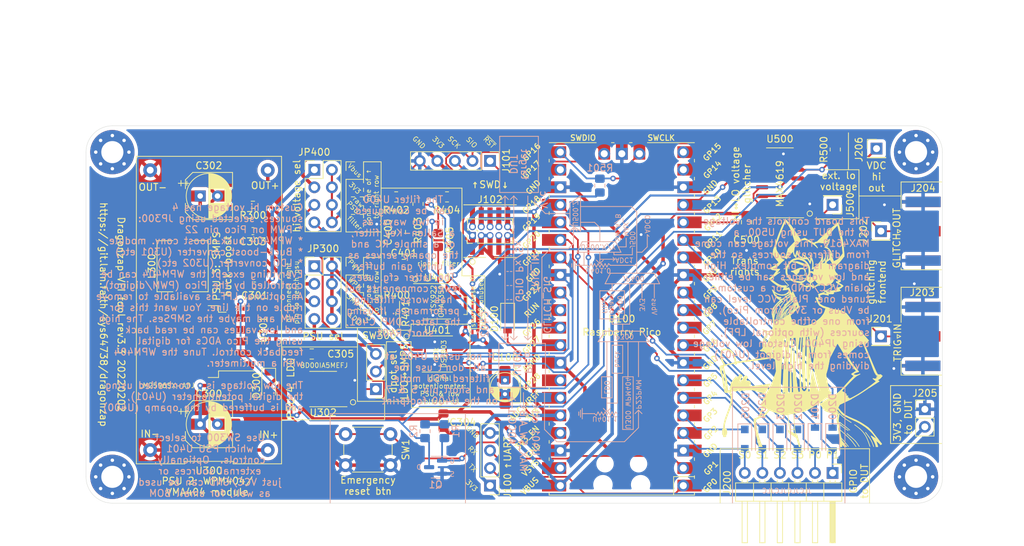
<source format=kicad_pcb>
(kicad_pcb (version 20211014) (generator pcbnew)

  (general
    (thickness 1.6)
  )

  (paper "A4")
  (layers
    (0 "F.Cu" signal)
    (31 "B.Cu" signal)
    (32 "B.Adhes" user "B.Adhesive")
    (33 "F.Adhes" user "F.Adhesive")
    (34 "B.Paste" user)
    (35 "F.Paste" user)
    (36 "B.SilkS" user "B.Silkscreen")
    (37 "F.SilkS" user "F.Silkscreen")
    (38 "B.Mask" user)
    (39 "F.Mask" user)
    (40 "Dwgs.User" user "User.Drawings")
    (41 "Cmts.User" user "User.Comments")
    (42 "Eco1.User" user "User.Eco1")
    (43 "Eco2.User" user "User.Eco2")
    (44 "Edge.Cuts" user)
    (45 "Margin" user)
    (46 "B.CrtYd" user "B.Courtyard")
    (47 "F.CrtYd" user "F.Courtyard")
    (48 "B.Fab" user)
    (49 "F.Fab" user)
  )

  (setup
    (stackup
      (layer "F.SilkS" (type "Top Silk Screen"))
      (layer "F.Paste" (type "Top Solder Paste"))
      (layer "F.Mask" (type "Top Solder Mask") (thickness 0.01))
      (layer "F.Cu" (type "copper") (thickness 0.035))
      (layer "dielectric 1" (type "core") (thickness 1.51) (material "FR4") (epsilon_r 4.5) (loss_tangent 0.02))
      (layer "B.Cu" (type "copper") (thickness 0.035))
      (layer "B.Mask" (type "Bottom Solder Mask") (thickness 0.01))
      (layer "B.Paste" (type "Bottom Solder Paste"))
      (layer "B.SilkS" (type "Bottom Silk Screen"))
      (copper_finish "None")
      (dielectric_constraints no)
    )
    (pad_to_mask_clearance 0)
    (pcbplotparams
      (layerselection 0x00010fc_ffffffff)
      (disableapertmacros false)
      (usegerberextensions false)
      (usegerberattributes true)
      (usegerberadvancedattributes true)
      (creategerberjobfile true)
      (svguseinch false)
      (svgprecision 6)
      (excludeedgelayer true)
      (plotframeref false)
      (viasonmask false)
      (mode 1)
      (useauxorigin false)
      (hpglpennumber 1)
      (hpglpenspeed 20)
      (hpglpendiameter 15.000000)
      (dxfpolygonmode true)
      (dxfimperialunits true)
      (dxfusepcbnewfont true)
      (psnegative false)
      (psa4output false)
      (plotreference true)
      (plotvalue true)
      (plotinvisibletext false)
      (sketchpadsonfab false)
      (subtractmaskfromsilk false)
      (outputformat 1)
      (mirror false)
      (drillshape 0)
      (scaleselection 1)
      (outputdirectory "grb3/")
    )
  )

  (net 0 "")
  (net 1 "GND")
  (net 2 "VBUS")
  (net 3 "+3V3")
  (net 4 "+3.3VADC")
  (net 5 "Net-(D100-Pad1)")
  (net 6 "UART_RX")
  (net 7 "UART_TX")
  (net 8 "/controller/SWDIO")
  (net 9 "/controller/SWCLK")
  (net 10 "unconnected-(J102-Pad8)")
  (net 11 "unconnected-(J102-Pad7)")
  (net 12 "unconnected-(J102-Pad6)")
  (net 13 "GPIO_P0D")
  (net 14 "GPIO_P0W")
  (net 15 "GPIO_P1D")
  (net 16 "GPIO_P1W")
  (net 17 "TRIG_IN")
  (net 18 "GLITCH_OUT")
  (net 19 "P22PWM")
  (net 20 "ADC0")
  (net 21 "ADC1")
  (net 22 "/psu/FB_LDO")
  (net 23 "/psu/FB_SMPS")
  (net 24 "GPIO_S3W")
  (net 25 "GPIO_S3D")
  (net 26 "GPIO_S2W")
  (net 27 "GPIO_S2D")
  (net 28 "GPIO_S1W")
  (net 29 "GPIO_S1D")
  (net 30 "GPIO_S0W")
  (net 31 "GPIO_S0D")
  (net 32 "DPOT_DAT")
  (net 33 "DPOT_CLK")
  (net 34 "unconnected-(U100-Pad22)")
  (net 35 "MAX_SW_B")
  (net 36 "MAX_SW_A")
  (net 37 "MAX_EN")
  (net 38 "DPOT_HI")
  (net 39 "Net-(C400-Pad1)")
  (net 40 "Net-(D300-Pad1)")
  (net 41 "Vdcflt")
  (net 42 "Vdclo")
  (net 43 "GLITCH_SIG")
  (net 44 "DPOT_W")
  (net 45 "Net-(J500-Pad1)")
  (net 46 "DPOT_LO")
  (net 47 "unconnected-(U100-Pad30)")
  (net 48 "Net-(C401-Pad1)")
  (net 49 "Net-(JP300-Pad2)")
  (net 50 "Net-(C302-Pad1)")
  (net 51 "Net-(C305-Pad1)")
  (net 52 "EMERG_SHDN")
  (net 53 "~{EMERG_SHDN}")
  (net 54 "unconnected-(U100-Pad34)")
  (net 55 "unconnected-(U100-Pad39)")
  (net 56 "unconnected-(U302-Pad4)")
  (net 57 "unconnected-(U302-Pad6)")
  (net 58 "Net-(C401-Pad2)")
  (net 59 "unconnected-(U302-Pad7)")
  (net 60 "unconnected-(U401-Pad13)")
  (net 61 "Net-(U500-Pad13)")
  (net 62 "/glitchout/Vdclo_def")
  (net 63 "Net-(R405-Pad1)")

  (footprint "MCU_RaspberryPi_and_Boards:RPi_Pico_SMD_TH" (layer "F.Cu") (at 157.48 83.82 180))

  (footprint "Connector_PinHeader_2.54mm:PinHeader_1x04_P2.54mm_Vertical" (layer "F.Cu") (at 138.43 107.95 180))

  (footprint "Resistor_SMD:R_0805_2012Metric_Pad1.20x1.40mm_HandSolder" (layer "F.Cu") (at 132.207 66.167))

  (footprint "Capacitor_SMD:CP_Elec_6.3x5.3" (layer "F.Cu") (at 97.79 66.04))

  (footprint "Connector_PinHeader_2.54mm:PinHeader_1x01_P2.54mm_Vertical" (layer "F.Cu") (at 194.31 59.182))

  (footprint "Resistor_SMD:R_0805_2012Metric_Pad1.20x1.40mm_HandSolder" (layer "F.Cu") (at 128.016 67.183 90))

  (footprint "Package_SO:SO-8_3.9x4.9mm_P1.27mm" (layer "F.Cu") (at 130.81 81.28))

  (footprint "Capacitor_THT:CP_Radial_D6.3mm_P2.50mm" (layer "F.Cu") (at 96.52 66.04))

  (footprint "Capacitor_SMD:C_0805_2012Metric_Pad1.18x1.45mm_HandSolder" (layer "F.Cu") (at 131.699 98.552 -90))

  (footprint "Package_SO:HSOP-8-1EP_3.9x4.9mm_P1.27mm_EP2.41x3.1mm" (layer "F.Cu") (at 114.3 93.98 180))

  (footprint "Resistor_SMD:R_0805_2012Metric_Pad1.20x1.40mm_HandSolder" (layer "F.Cu") (at 124.079 83.058 90))

  (footprint "Capacitor_SMD:CP_Elec_4x3.9" (layer "F.Cu") (at 140.589 93.726 -90))

  (footprint "Diode_SMD:D_SOD-123" (layer "F.Cu") (at 106.426 93.218 -90))

  (footprint "Connector_PinHeader_2.54mm:PinHeader_1x01_P2.54mm_Vertical" (layer "F.Cu") (at 194.945 71.12))

  (footprint "Button_Switch_THT:SW_PUSH_6mm" (layer "F.Cu") (at 117.527 100.493))

  (footprint "Connector_PinHeader_2.54mm:PinHeader_1x06_P2.54mm_Horizontal" (layer "F.Cu") (at 187.96 106.115 -90))

  (footprint "Resistor_SMD:R_0805_2012Metric_Pad1.20x1.40mm_HandSolder" (layer "F.Cu") (at 124.952 78.74 180))

  (footprint "Capacitor_SMD:C_0603_1608Metric_Pad1.08x0.95mm_HandSolder" (layer "F.Cu") (at 104.394 78.994 180))

  (footprint "Connector_PinHeader_2.54mm:PinHeader_1x05_P2.54mm_Vertical" (layer "F.Cu") (at 138.43 60.96 -90))

  (footprint "Connector_PinHeader_2.54mm:PinHeader_1x03_P2.54mm_Vertical" (layer "F.Cu") (at 121.92 93.98 180))

  (footprint "Inductor_SMD:L_7.3x7.3_H4.5" (layer "F.Cu") (at 93.98 76.2 90))

  (footprint "Package_SO:TSSOP-14_4.4x5mm_P0.65mm" (layer "F.Cu") (at 130.81 88.9))

  (footprint "Package_SO:SO-16_3.9x9.9mm_P1.27mm" (layer "F.Cu") (at 180.34 64.135 180))

  (footprint "Capacitor_THT:CP_Radial_D4.0mm_P2.00mm" (layer "F.Cu") (at 140.589 92.71 -90))

  (footprint "MountingHole:MountingHole_3.2mm_M3_Pad_Via" (layer "F.Cu") (at 83.82 106.68))

  (footprint "MountingHole:MountingHole_3.2mm_M3_Pad_Via" (layer "F.Cu") (at 83.82 59.69))

  (footprint "Capacitor_SMD:C_0603_1608Metric_Pad1.08x0.95mm_HandSolder" (layer "F.Cu") (at 104.14 71.12))

  (footprint "Connector_PinHeader_2.54mm:PinHeader_1x02_P2.54mm_Vertical" (layer "F.Cu") (at 201.295 96.901))

  (footprint "Package_TO_SOT_SMD:TO-263-5_TabPin3" (layer "F.Cu") (at 96.224 87.103 180))

  (footprint "Connector_PinHeader_2.54mm:PinHeader_1x01_P2.54mm_Vertical" (layer "F.Cu") (at 187.96 67.31 180))

  (footprint "Resistor_SMD:R_0805_2012Metric_Pad1.20x1.40mm_HandSolder" (layer "F.Cu") (at 130.937 72.406 90))

  (footprint "Diode_SMD:D_SOD-123" (layer "F.Cu")
    (tedit 58645DC7) (tstamp 9817f956-c2b8-4e25-895d-d8ab567b3390)
    (at 140.97 83.82 -90)
    (descr "SOD-123")
    (tags "SOD-123")
    (property "Sheetfile" "controller.kicad_sch")
    (property "Sheetname" "controller")
    (path "/00000000-0000-0000-0000-000061ca977c/00000000-0000-0000-0000-000061d10674")
    (attr smd)
    (fp_text reference "D100" (at 0 1.905 90) (layer "F.SilkS")
      (effects (font (size 1 1) (thickness 0.15)))
      (tstamp 3c5096be-6aa7-4b2e-8cfd-e9e618b4b4e3)
    )
    (fp_text value "1N4001" (at 0 2.1 90) (layer "F.Fab")
      (effects (font (size 1 1) (thickness 0.15)))
      (tstamp ea4c8a7f-dc64-436e-b846-a9e2bae2cc89)
    )
    (fp_text user "${REFERENCE}" (at 0 -2 90) (layer "F.Fab")
      (effects (font (size 1 1) (thickness 0.15)))
      (tstamp 7e7b9ba7-0c63-46c3-9150-b06a9a6eef11)
    )
    (fp_line (start -2.25 -1) (end 1.65 -1) (layer "F.SilkS") (width 0.12) (tstamp 1513ccbb-2e75-4b4f-a8b0-cb06864d2333))
    (fp_line (start -2.25 -1) (end -2.25 1) (layer "F.SilkS") (width 0.12) (tstamp 3c7c2815-e7a0-441a-95a8-ef41e0363b9c))
    (fp_line (start -2.25 1) (end 1.65 1) (layer "F.SilkS") (width 0.12) (tstamp 7a8be57b-178b-473a-aee6-2f4521a448ff))
    (fp_line (start 2.35 1.15) (end -2.35 1.15) (layer "F.CrtYd") (width 0.05) (tstamp 4ad7b97b-3335-4f67-bc4f-216a86718e77))
    (fp_line (start -2.35 -1.15) (end -2.35 1.15) (layer "F.CrtYd") (width 0.05) (tstamp b20e34c0-18be-4927-bdc1-d27f5eec4c7c))
    (fp_line (start 2.35 -1.15) (end 2.35 1.15) (layer "F.CrtYd") (width 0.05) (tstamp bac5e850-41b1-4c39-8ca6-016fc8f58391))
    (fp_line (start -2.35 -1.15) (end 2.35 -1.15) (layer "F.CrtYd") (width 0.05) (tstamp d077ca1d-7038-4887-bf94-5f0532711f47))
    (fp_line (start 0.25 -0.4) (end 0.25 0.4) (layer "F.Fab") (width 0.1) (tstamp 014e92b4-6b83-41c0-b9f9-80b877d19784))
    (fp_line (start 0.25 0.4) (end -0.35 0) (layer "F.Fab") (width 0.1) (tstamp 0f187c9f-0cd2-43a1-a690-dfde0d9468d0))
    (fp_line (start 1.4 0.9) (end -1.4 0.9) (layer "F.Fab") (width 0.1) (tstamp 267e6f9e-eb51-431d-b2d8-8e5aab0aa8d1))
    (fp_line (start 0.25 0) (end 0.75 0) (layer "F.Fab") (width 0.1) (tstamp 7598de50-b444-4fcb-9071-5e0937045a5c))
    (fp_line (start -0.75 0) (end -0.35 0) (layer "F.Fab") (width 0.1) (tstamp 7af0c94e-baeb-4acc-b6dc-3a6c0d515efd))
    (fp_line (start -0.35 0) (end -0.35 0.55) (layer "F.Fab") (width 0.1) (tstamp abdb2ffe-9961-4331-a1e5-5a36499c0386))
    (fp_line (start -1.4 0.9) (end -1.4 -0.9) (layer "F.Fab") (width 0.1) (tstamp b50ddbfa-b0b0-47a5-af39-293016eb9257))
    (fp_line (start -0.35 0) (end 0.25 -0.4) (layer "F.Fab") (width 0.1) (tstamp ba9a6cb4-9c01-4479-b75b-72448809b2c6))
    (fp_line (start -0.35 0) (end -0.35 -0.55) (layer "F.Fab") (width 0.1) (tstamp c0eb2cf6-a5a9-406a-b6a2-14644caf883c))
    (fp_line (start 1.4 -0.9) (end 1.4 0.9) (layer "F.Fab") (width 0.1) (tstamp d2d1fa97-73f9-44d6-8272-942c99188817))
    (fp_line (start -1.4 -0.9) (end 1.4 -0.9) (layer "F.Fab") (width 0
... [996012 chars truncated]
</source>
